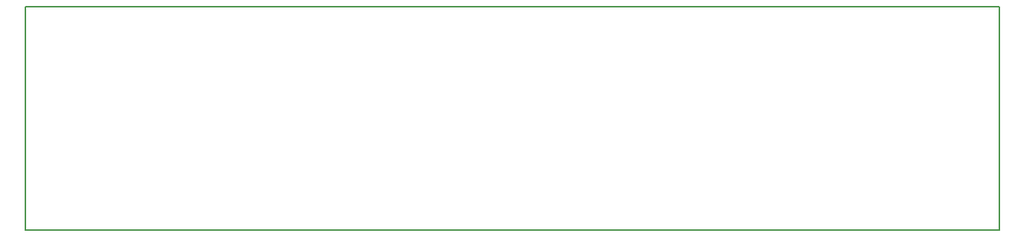
<source format=gbr>
G04 #@! TF.GenerationSoftware,KiCad,Pcbnew,(5.1.6-0-10_14)*
G04 #@! TF.CreationDate,2020-11-10T23:15:50+01:00*
G04 #@! TF.ProjectId,Headphone Board,48656164-7068-46f6-9e65-20426f617264,rev?*
G04 #@! TF.SameCoordinates,Original*
G04 #@! TF.FileFunction,Profile,NP*
%FSLAX46Y46*%
G04 Gerber Fmt 4.6, Leading zero omitted, Abs format (unit mm)*
G04 Created by KiCad (PCBNEW (5.1.6-0-10_14)) date 2020-11-10 23:15:50*
%MOMM*%
%LPD*%
G01*
G04 APERTURE LIST*
G04 #@! TA.AperFunction,Profile*
%ADD10C,0.150000*%
G04 #@! TD*
G04 APERTURE END LIST*
D10*
X91440000Y-73025000D02*
X91440000Y-98425000D01*
X201930000Y-73025000D02*
X91440000Y-73025000D01*
X201930000Y-98425000D02*
X201930000Y-73025000D01*
X91440000Y-98425000D02*
X201930000Y-98425000D01*
M02*

</source>
